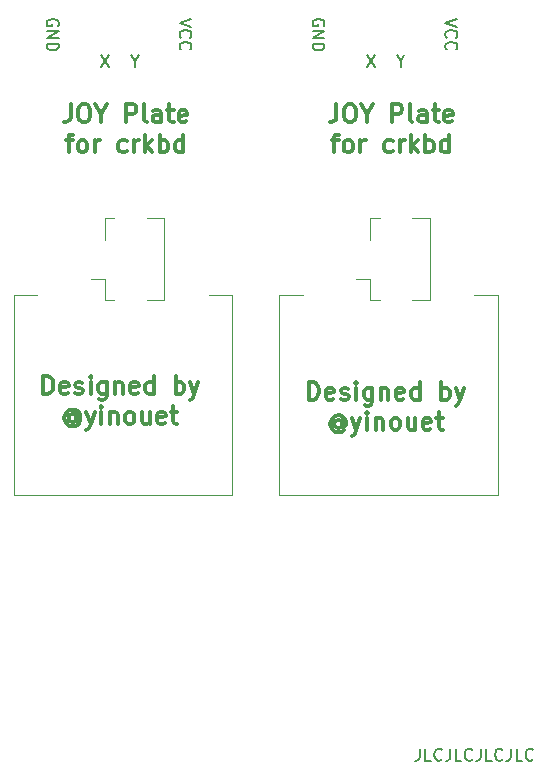
<source format=gbr>
%TF.GenerationSoftware,KiCad,Pcbnew,(5.1.10-1-10_14)*%
%TF.CreationDate,2021-07-07T23:54:26+09:00*%
%TF.ProjectId,StickPlate,53746963-6b50-46c6-9174-652e6b696361,rev?*%
%TF.SameCoordinates,Original*%
%TF.FileFunction,Legend,Top*%
%TF.FilePolarity,Positive*%
%FSLAX46Y46*%
G04 Gerber Fmt 4.6, Leading zero omitted, Abs format (unit mm)*
G04 Created by KiCad (PCBNEW (5.1.10-1-10_14)) date 2021-07-07 23:54:26*
%MOMM*%
%LPD*%
G01*
G04 APERTURE LIST*
%ADD10C,0.150000*%
%ADD11C,0.120000*%
%ADD12C,0.300000*%
G04 APERTURE END LIST*
D10*
X166380952Y-134702380D02*
X166380952Y-135416666D01*
X166333333Y-135559523D01*
X166238095Y-135654761D01*
X166095238Y-135702380D01*
X166000000Y-135702380D01*
X167333333Y-135702380D02*
X166857142Y-135702380D01*
X166857142Y-134702380D01*
X168238095Y-135607142D02*
X168190476Y-135654761D01*
X168047619Y-135702380D01*
X167952380Y-135702380D01*
X167809523Y-135654761D01*
X167714285Y-135559523D01*
X167666666Y-135464285D01*
X167619047Y-135273809D01*
X167619047Y-135130952D01*
X167666666Y-134940476D01*
X167714285Y-134845238D01*
X167809523Y-134750000D01*
X167952380Y-134702380D01*
X168047619Y-134702380D01*
X168190476Y-134750000D01*
X168238095Y-134797619D01*
X168952380Y-134702380D02*
X168952380Y-135416666D01*
X168904761Y-135559523D01*
X168809523Y-135654761D01*
X168666666Y-135702380D01*
X168571428Y-135702380D01*
X169904761Y-135702380D02*
X169428571Y-135702380D01*
X169428571Y-134702380D01*
X170809523Y-135607142D02*
X170761904Y-135654761D01*
X170619047Y-135702380D01*
X170523809Y-135702380D01*
X170380952Y-135654761D01*
X170285714Y-135559523D01*
X170238095Y-135464285D01*
X170190476Y-135273809D01*
X170190476Y-135130952D01*
X170238095Y-134940476D01*
X170285714Y-134845238D01*
X170380952Y-134750000D01*
X170523809Y-134702380D01*
X170619047Y-134702380D01*
X170761904Y-134750000D01*
X170809523Y-134797619D01*
X171523809Y-134702380D02*
X171523809Y-135416666D01*
X171476190Y-135559523D01*
X171380952Y-135654761D01*
X171238095Y-135702380D01*
X171142857Y-135702380D01*
X172476190Y-135702380D02*
X172000000Y-135702380D01*
X172000000Y-134702380D01*
X173380952Y-135607142D02*
X173333333Y-135654761D01*
X173190476Y-135702380D01*
X173095238Y-135702380D01*
X172952380Y-135654761D01*
X172857142Y-135559523D01*
X172809523Y-135464285D01*
X172761904Y-135273809D01*
X172761904Y-135130952D01*
X172809523Y-134940476D01*
X172857142Y-134845238D01*
X172952380Y-134750000D01*
X173095238Y-134702380D01*
X173190476Y-134702380D01*
X173333333Y-134750000D01*
X173380952Y-134797619D01*
X174095238Y-134702380D02*
X174095238Y-135416666D01*
X174047619Y-135559523D01*
X173952380Y-135654761D01*
X173809523Y-135702380D01*
X173714285Y-135702380D01*
X175047619Y-135702380D02*
X174571428Y-135702380D01*
X174571428Y-134702380D01*
X175952380Y-135607142D02*
X175904761Y-135654761D01*
X175761904Y-135702380D01*
X175666666Y-135702380D01*
X175523809Y-135654761D01*
X175428571Y-135559523D01*
X175380952Y-135464285D01*
X175333333Y-135273809D01*
X175333333Y-135130952D01*
X175380952Y-134940476D01*
X175428571Y-134845238D01*
X175523809Y-134750000D01*
X175666666Y-134702380D01*
X175761904Y-134702380D01*
X175904761Y-134750000D01*
X175952380Y-134797619D01*
D11*
X132000000Y-96250000D02*
X134000000Y-96250000D01*
X154500000Y-96250000D02*
X156500000Y-96250000D01*
D12*
X157000000Y-105153571D02*
X157000000Y-103653571D01*
X157357142Y-103653571D01*
X157571428Y-103725000D01*
X157714285Y-103867857D01*
X157785714Y-104010714D01*
X157857142Y-104296428D01*
X157857142Y-104510714D01*
X157785714Y-104796428D01*
X157714285Y-104939285D01*
X157571428Y-105082142D01*
X157357142Y-105153571D01*
X157000000Y-105153571D01*
X159071428Y-105082142D02*
X158928571Y-105153571D01*
X158642857Y-105153571D01*
X158500000Y-105082142D01*
X158428571Y-104939285D01*
X158428571Y-104367857D01*
X158500000Y-104225000D01*
X158642857Y-104153571D01*
X158928571Y-104153571D01*
X159071428Y-104225000D01*
X159142857Y-104367857D01*
X159142857Y-104510714D01*
X158428571Y-104653571D01*
X159714285Y-105082142D02*
X159857142Y-105153571D01*
X160142857Y-105153571D01*
X160285714Y-105082142D01*
X160357142Y-104939285D01*
X160357142Y-104867857D01*
X160285714Y-104725000D01*
X160142857Y-104653571D01*
X159928571Y-104653571D01*
X159785714Y-104582142D01*
X159714285Y-104439285D01*
X159714285Y-104367857D01*
X159785714Y-104225000D01*
X159928571Y-104153571D01*
X160142857Y-104153571D01*
X160285714Y-104225000D01*
X161000000Y-105153571D02*
X161000000Y-104153571D01*
X161000000Y-103653571D02*
X160928571Y-103725000D01*
X161000000Y-103796428D01*
X161071428Y-103725000D01*
X161000000Y-103653571D01*
X161000000Y-103796428D01*
X162357142Y-104153571D02*
X162357142Y-105367857D01*
X162285714Y-105510714D01*
X162214285Y-105582142D01*
X162071428Y-105653571D01*
X161857142Y-105653571D01*
X161714285Y-105582142D01*
X162357142Y-105082142D02*
X162214285Y-105153571D01*
X161928571Y-105153571D01*
X161785714Y-105082142D01*
X161714285Y-105010714D01*
X161642857Y-104867857D01*
X161642857Y-104439285D01*
X161714285Y-104296428D01*
X161785714Y-104225000D01*
X161928571Y-104153571D01*
X162214285Y-104153571D01*
X162357142Y-104225000D01*
X163071428Y-104153571D02*
X163071428Y-105153571D01*
X163071428Y-104296428D02*
X163142857Y-104225000D01*
X163285714Y-104153571D01*
X163500000Y-104153571D01*
X163642857Y-104225000D01*
X163714285Y-104367857D01*
X163714285Y-105153571D01*
X165000000Y-105082142D02*
X164857142Y-105153571D01*
X164571428Y-105153571D01*
X164428571Y-105082142D01*
X164357142Y-104939285D01*
X164357142Y-104367857D01*
X164428571Y-104225000D01*
X164571428Y-104153571D01*
X164857142Y-104153571D01*
X165000000Y-104225000D01*
X165071428Y-104367857D01*
X165071428Y-104510714D01*
X164357142Y-104653571D01*
X166357142Y-105153571D02*
X166357142Y-103653571D01*
X166357142Y-105082142D02*
X166214285Y-105153571D01*
X165928571Y-105153571D01*
X165785714Y-105082142D01*
X165714285Y-105010714D01*
X165642857Y-104867857D01*
X165642857Y-104439285D01*
X165714285Y-104296428D01*
X165785714Y-104225000D01*
X165928571Y-104153571D01*
X166214285Y-104153571D01*
X166357142Y-104225000D01*
X168214285Y-105153571D02*
X168214285Y-103653571D01*
X168214285Y-104225000D02*
X168357142Y-104153571D01*
X168642857Y-104153571D01*
X168785714Y-104225000D01*
X168857142Y-104296428D01*
X168928571Y-104439285D01*
X168928571Y-104867857D01*
X168857142Y-105010714D01*
X168785714Y-105082142D01*
X168642857Y-105153571D01*
X168357142Y-105153571D01*
X168214285Y-105082142D01*
X169428571Y-104153571D02*
X169785714Y-105153571D01*
X170142857Y-104153571D02*
X169785714Y-105153571D01*
X169642857Y-105510714D01*
X169571428Y-105582142D01*
X169428571Y-105653571D01*
X159785714Y-106989285D02*
X159714285Y-106917857D01*
X159571428Y-106846428D01*
X159428571Y-106846428D01*
X159285714Y-106917857D01*
X159214285Y-106989285D01*
X159142857Y-107132142D01*
X159142857Y-107275000D01*
X159214285Y-107417857D01*
X159285714Y-107489285D01*
X159428571Y-107560714D01*
X159571428Y-107560714D01*
X159714285Y-107489285D01*
X159785714Y-107417857D01*
X159785714Y-106846428D02*
X159785714Y-107417857D01*
X159857142Y-107489285D01*
X159928571Y-107489285D01*
X160071428Y-107417857D01*
X160142857Y-107275000D01*
X160142857Y-106917857D01*
X160000000Y-106703571D01*
X159785714Y-106560714D01*
X159500000Y-106489285D01*
X159214285Y-106560714D01*
X159000000Y-106703571D01*
X158857142Y-106917857D01*
X158785714Y-107203571D01*
X158857142Y-107489285D01*
X159000000Y-107703571D01*
X159214285Y-107846428D01*
X159500000Y-107917857D01*
X159785714Y-107846428D01*
X160000000Y-107703571D01*
X160642857Y-106703571D02*
X161000000Y-107703571D01*
X161357142Y-106703571D02*
X161000000Y-107703571D01*
X160857142Y-108060714D01*
X160785714Y-108132142D01*
X160642857Y-108203571D01*
X161928571Y-107703571D02*
X161928571Y-106703571D01*
X161928571Y-106203571D02*
X161857142Y-106275000D01*
X161928571Y-106346428D01*
X162000000Y-106275000D01*
X161928571Y-106203571D01*
X161928571Y-106346428D01*
X162642857Y-106703571D02*
X162642857Y-107703571D01*
X162642857Y-106846428D02*
X162714285Y-106775000D01*
X162857142Y-106703571D01*
X163071428Y-106703571D01*
X163214285Y-106775000D01*
X163285714Y-106917857D01*
X163285714Y-107703571D01*
X164214285Y-107703571D02*
X164071428Y-107632142D01*
X164000000Y-107560714D01*
X163928571Y-107417857D01*
X163928571Y-106989285D01*
X164000000Y-106846428D01*
X164071428Y-106775000D01*
X164214285Y-106703571D01*
X164428571Y-106703571D01*
X164571428Y-106775000D01*
X164642857Y-106846428D01*
X164714285Y-106989285D01*
X164714285Y-107417857D01*
X164642857Y-107560714D01*
X164571428Y-107632142D01*
X164428571Y-107703571D01*
X164214285Y-107703571D01*
X166000000Y-106703571D02*
X166000000Y-107703571D01*
X165357142Y-106703571D02*
X165357142Y-107489285D01*
X165428571Y-107632142D01*
X165571428Y-107703571D01*
X165785714Y-107703571D01*
X165928571Y-107632142D01*
X166000000Y-107560714D01*
X167285714Y-107632142D02*
X167142857Y-107703571D01*
X166857142Y-107703571D01*
X166714285Y-107632142D01*
X166642857Y-107489285D01*
X166642857Y-106917857D01*
X166714285Y-106775000D01*
X166857142Y-106703571D01*
X167142857Y-106703571D01*
X167285714Y-106775000D01*
X167357142Y-106917857D01*
X167357142Y-107060714D01*
X166642857Y-107203571D01*
X167785714Y-106703571D02*
X168357142Y-106703571D01*
X168000000Y-106203571D02*
X168000000Y-107489285D01*
X168071428Y-107632142D01*
X168214285Y-107703571D01*
X168357142Y-107703571D01*
X134500000Y-104653571D02*
X134500000Y-103153571D01*
X134857142Y-103153571D01*
X135071428Y-103225000D01*
X135214285Y-103367857D01*
X135285714Y-103510714D01*
X135357142Y-103796428D01*
X135357142Y-104010714D01*
X135285714Y-104296428D01*
X135214285Y-104439285D01*
X135071428Y-104582142D01*
X134857142Y-104653571D01*
X134500000Y-104653571D01*
X136571428Y-104582142D02*
X136428571Y-104653571D01*
X136142857Y-104653571D01*
X136000000Y-104582142D01*
X135928571Y-104439285D01*
X135928571Y-103867857D01*
X136000000Y-103725000D01*
X136142857Y-103653571D01*
X136428571Y-103653571D01*
X136571428Y-103725000D01*
X136642857Y-103867857D01*
X136642857Y-104010714D01*
X135928571Y-104153571D01*
X137214285Y-104582142D02*
X137357142Y-104653571D01*
X137642857Y-104653571D01*
X137785714Y-104582142D01*
X137857142Y-104439285D01*
X137857142Y-104367857D01*
X137785714Y-104225000D01*
X137642857Y-104153571D01*
X137428571Y-104153571D01*
X137285714Y-104082142D01*
X137214285Y-103939285D01*
X137214285Y-103867857D01*
X137285714Y-103725000D01*
X137428571Y-103653571D01*
X137642857Y-103653571D01*
X137785714Y-103725000D01*
X138500000Y-104653571D02*
X138500000Y-103653571D01*
X138500000Y-103153571D02*
X138428571Y-103225000D01*
X138500000Y-103296428D01*
X138571428Y-103225000D01*
X138500000Y-103153571D01*
X138500000Y-103296428D01*
X139857142Y-103653571D02*
X139857142Y-104867857D01*
X139785714Y-105010714D01*
X139714285Y-105082142D01*
X139571428Y-105153571D01*
X139357142Y-105153571D01*
X139214285Y-105082142D01*
X139857142Y-104582142D02*
X139714285Y-104653571D01*
X139428571Y-104653571D01*
X139285714Y-104582142D01*
X139214285Y-104510714D01*
X139142857Y-104367857D01*
X139142857Y-103939285D01*
X139214285Y-103796428D01*
X139285714Y-103725000D01*
X139428571Y-103653571D01*
X139714285Y-103653571D01*
X139857142Y-103725000D01*
X140571428Y-103653571D02*
X140571428Y-104653571D01*
X140571428Y-103796428D02*
X140642857Y-103725000D01*
X140785714Y-103653571D01*
X141000000Y-103653571D01*
X141142857Y-103725000D01*
X141214285Y-103867857D01*
X141214285Y-104653571D01*
X142500000Y-104582142D02*
X142357142Y-104653571D01*
X142071428Y-104653571D01*
X141928571Y-104582142D01*
X141857142Y-104439285D01*
X141857142Y-103867857D01*
X141928571Y-103725000D01*
X142071428Y-103653571D01*
X142357142Y-103653571D01*
X142500000Y-103725000D01*
X142571428Y-103867857D01*
X142571428Y-104010714D01*
X141857142Y-104153571D01*
X143857142Y-104653571D02*
X143857142Y-103153571D01*
X143857142Y-104582142D02*
X143714285Y-104653571D01*
X143428571Y-104653571D01*
X143285714Y-104582142D01*
X143214285Y-104510714D01*
X143142857Y-104367857D01*
X143142857Y-103939285D01*
X143214285Y-103796428D01*
X143285714Y-103725000D01*
X143428571Y-103653571D01*
X143714285Y-103653571D01*
X143857142Y-103725000D01*
X145714285Y-104653571D02*
X145714285Y-103153571D01*
X145714285Y-103725000D02*
X145857142Y-103653571D01*
X146142857Y-103653571D01*
X146285714Y-103725000D01*
X146357142Y-103796428D01*
X146428571Y-103939285D01*
X146428571Y-104367857D01*
X146357142Y-104510714D01*
X146285714Y-104582142D01*
X146142857Y-104653571D01*
X145857142Y-104653571D01*
X145714285Y-104582142D01*
X146928571Y-103653571D02*
X147285714Y-104653571D01*
X147642857Y-103653571D02*
X147285714Y-104653571D01*
X147142857Y-105010714D01*
X147071428Y-105082142D01*
X146928571Y-105153571D01*
X137285714Y-106489285D02*
X137214285Y-106417857D01*
X137071428Y-106346428D01*
X136928571Y-106346428D01*
X136785714Y-106417857D01*
X136714285Y-106489285D01*
X136642857Y-106632142D01*
X136642857Y-106775000D01*
X136714285Y-106917857D01*
X136785714Y-106989285D01*
X136928571Y-107060714D01*
X137071428Y-107060714D01*
X137214285Y-106989285D01*
X137285714Y-106917857D01*
X137285714Y-106346428D02*
X137285714Y-106917857D01*
X137357142Y-106989285D01*
X137428571Y-106989285D01*
X137571428Y-106917857D01*
X137642857Y-106775000D01*
X137642857Y-106417857D01*
X137500000Y-106203571D01*
X137285714Y-106060714D01*
X137000000Y-105989285D01*
X136714285Y-106060714D01*
X136500000Y-106203571D01*
X136357142Y-106417857D01*
X136285714Y-106703571D01*
X136357142Y-106989285D01*
X136500000Y-107203571D01*
X136714285Y-107346428D01*
X137000000Y-107417857D01*
X137285714Y-107346428D01*
X137500000Y-107203571D01*
X138142857Y-106203571D02*
X138500000Y-107203571D01*
X138857142Y-106203571D02*
X138500000Y-107203571D01*
X138357142Y-107560714D01*
X138285714Y-107632142D01*
X138142857Y-107703571D01*
X139428571Y-107203571D02*
X139428571Y-106203571D01*
X139428571Y-105703571D02*
X139357142Y-105775000D01*
X139428571Y-105846428D01*
X139500000Y-105775000D01*
X139428571Y-105703571D01*
X139428571Y-105846428D01*
X140142857Y-106203571D02*
X140142857Y-107203571D01*
X140142857Y-106346428D02*
X140214285Y-106275000D01*
X140357142Y-106203571D01*
X140571428Y-106203571D01*
X140714285Y-106275000D01*
X140785714Y-106417857D01*
X140785714Y-107203571D01*
X141714285Y-107203571D02*
X141571428Y-107132142D01*
X141500000Y-107060714D01*
X141428571Y-106917857D01*
X141428571Y-106489285D01*
X141500000Y-106346428D01*
X141571428Y-106275000D01*
X141714285Y-106203571D01*
X141928571Y-106203571D01*
X142071428Y-106275000D01*
X142142857Y-106346428D01*
X142214285Y-106489285D01*
X142214285Y-106917857D01*
X142142857Y-107060714D01*
X142071428Y-107132142D01*
X141928571Y-107203571D01*
X141714285Y-107203571D01*
X143500000Y-106203571D02*
X143500000Y-107203571D01*
X142857142Y-106203571D02*
X142857142Y-106989285D01*
X142928571Y-107132142D01*
X143071428Y-107203571D01*
X143285714Y-107203571D01*
X143428571Y-107132142D01*
X143500000Y-107060714D01*
X144785714Y-107132142D02*
X144642857Y-107203571D01*
X144357142Y-107203571D01*
X144214285Y-107132142D01*
X144142857Y-106989285D01*
X144142857Y-106417857D01*
X144214285Y-106275000D01*
X144357142Y-106203571D01*
X144642857Y-106203571D01*
X144785714Y-106275000D01*
X144857142Y-106417857D01*
X144857142Y-106560714D01*
X144142857Y-106703571D01*
X145285714Y-106203571D02*
X145857142Y-106203571D01*
X145500000Y-105703571D02*
X145500000Y-106989285D01*
X145571428Y-107132142D01*
X145714285Y-107203571D01*
X145857142Y-107203571D01*
D11*
X171000000Y-96250000D02*
X173000000Y-96250000D01*
X173000000Y-96250000D02*
X173000000Y-113250000D01*
X173000000Y-113250000D02*
X154500000Y-113250000D01*
X154500000Y-113250000D02*
X154500000Y-96250000D01*
D10*
X161916666Y-75952380D02*
X162583333Y-76952380D01*
X162583333Y-75952380D02*
X161916666Y-76952380D01*
X169547619Y-72916666D02*
X168547619Y-73250000D01*
X169547619Y-73583333D01*
X168642857Y-74488095D02*
X168595238Y-74440476D01*
X168547619Y-74297619D01*
X168547619Y-74202380D01*
X168595238Y-74059523D01*
X168690476Y-73964285D01*
X168785714Y-73916666D01*
X168976190Y-73869047D01*
X169119047Y-73869047D01*
X169309523Y-73916666D01*
X169404761Y-73964285D01*
X169500000Y-74059523D01*
X169547619Y-74202380D01*
X169547619Y-74297619D01*
X169500000Y-74440476D01*
X169452380Y-74488095D01*
X168642857Y-75488095D02*
X168595238Y-75440476D01*
X168547619Y-75297619D01*
X168547619Y-75202380D01*
X168595238Y-75059523D01*
X168690476Y-74964285D01*
X168785714Y-74916666D01*
X168976190Y-74869047D01*
X169119047Y-74869047D01*
X169309523Y-74916666D01*
X169404761Y-74964285D01*
X169500000Y-75059523D01*
X169547619Y-75202380D01*
X169547619Y-75297619D01*
X169500000Y-75440476D01*
X169452380Y-75488095D01*
X164750000Y-76476190D02*
X164750000Y-76952380D01*
X164416666Y-75952380D02*
X164750000Y-76476190D01*
X165083333Y-75952380D01*
D12*
X159321428Y-80153571D02*
X159321428Y-81225000D01*
X159250000Y-81439285D01*
X159107142Y-81582142D01*
X158892857Y-81653571D01*
X158750000Y-81653571D01*
X160321428Y-80153571D02*
X160607142Y-80153571D01*
X160750000Y-80225000D01*
X160892857Y-80367857D01*
X160964285Y-80653571D01*
X160964285Y-81153571D01*
X160892857Y-81439285D01*
X160750000Y-81582142D01*
X160607142Y-81653571D01*
X160321428Y-81653571D01*
X160178571Y-81582142D01*
X160035714Y-81439285D01*
X159964285Y-81153571D01*
X159964285Y-80653571D01*
X160035714Y-80367857D01*
X160178571Y-80225000D01*
X160321428Y-80153571D01*
X161892857Y-80939285D02*
X161892857Y-81653571D01*
X161392857Y-80153571D02*
X161892857Y-80939285D01*
X162392857Y-80153571D01*
X164035714Y-81653571D02*
X164035714Y-80153571D01*
X164607142Y-80153571D01*
X164750000Y-80225000D01*
X164821428Y-80296428D01*
X164892857Y-80439285D01*
X164892857Y-80653571D01*
X164821428Y-80796428D01*
X164750000Y-80867857D01*
X164607142Y-80939285D01*
X164035714Y-80939285D01*
X165750000Y-81653571D02*
X165607142Y-81582142D01*
X165535714Y-81439285D01*
X165535714Y-80153571D01*
X166964285Y-81653571D02*
X166964285Y-80867857D01*
X166892857Y-80725000D01*
X166750000Y-80653571D01*
X166464285Y-80653571D01*
X166321428Y-80725000D01*
X166964285Y-81582142D02*
X166821428Y-81653571D01*
X166464285Y-81653571D01*
X166321428Y-81582142D01*
X166250000Y-81439285D01*
X166250000Y-81296428D01*
X166321428Y-81153571D01*
X166464285Y-81082142D01*
X166821428Y-81082142D01*
X166964285Y-81010714D01*
X167464285Y-80653571D02*
X168035714Y-80653571D01*
X167678571Y-80153571D02*
X167678571Y-81439285D01*
X167750000Y-81582142D01*
X167892857Y-81653571D01*
X168035714Y-81653571D01*
X169107142Y-81582142D02*
X168964285Y-81653571D01*
X168678571Y-81653571D01*
X168535714Y-81582142D01*
X168464285Y-81439285D01*
X168464285Y-80867857D01*
X168535714Y-80725000D01*
X168678571Y-80653571D01*
X168964285Y-80653571D01*
X169107142Y-80725000D01*
X169178571Y-80867857D01*
X169178571Y-81010714D01*
X168464285Y-81153571D01*
X158928571Y-83203571D02*
X159500000Y-83203571D01*
X159142857Y-84203571D02*
X159142857Y-82917857D01*
X159214285Y-82775000D01*
X159357142Y-82703571D01*
X159500000Y-82703571D01*
X160214285Y-84203571D02*
X160071428Y-84132142D01*
X160000000Y-84060714D01*
X159928571Y-83917857D01*
X159928571Y-83489285D01*
X160000000Y-83346428D01*
X160071428Y-83275000D01*
X160214285Y-83203571D01*
X160428571Y-83203571D01*
X160571428Y-83275000D01*
X160642857Y-83346428D01*
X160714285Y-83489285D01*
X160714285Y-83917857D01*
X160642857Y-84060714D01*
X160571428Y-84132142D01*
X160428571Y-84203571D01*
X160214285Y-84203571D01*
X161357142Y-84203571D02*
X161357142Y-83203571D01*
X161357142Y-83489285D02*
X161428571Y-83346428D01*
X161500000Y-83275000D01*
X161642857Y-83203571D01*
X161785714Y-83203571D01*
X164071428Y-84132142D02*
X163928571Y-84203571D01*
X163642857Y-84203571D01*
X163500000Y-84132142D01*
X163428571Y-84060714D01*
X163357142Y-83917857D01*
X163357142Y-83489285D01*
X163428571Y-83346428D01*
X163500000Y-83275000D01*
X163642857Y-83203571D01*
X163928571Y-83203571D01*
X164071428Y-83275000D01*
X164714285Y-84203571D02*
X164714285Y-83203571D01*
X164714285Y-83489285D02*
X164785714Y-83346428D01*
X164857142Y-83275000D01*
X165000000Y-83203571D01*
X165142857Y-83203571D01*
X165642857Y-84203571D02*
X165642857Y-82703571D01*
X165785714Y-83632142D02*
X166214285Y-84203571D01*
X166214285Y-83203571D02*
X165642857Y-83775000D01*
X166857142Y-84203571D02*
X166857142Y-82703571D01*
X166857142Y-83275000D02*
X167000000Y-83203571D01*
X167285714Y-83203571D01*
X167428571Y-83275000D01*
X167500000Y-83346428D01*
X167571428Y-83489285D01*
X167571428Y-83917857D01*
X167500000Y-84060714D01*
X167428571Y-84132142D01*
X167285714Y-84203571D01*
X167000000Y-84203571D01*
X166857142Y-84132142D01*
X168857142Y-84203571D02*
X168857142Y-82703571D01*
X168857142Y-84132142D02*
X168714285Y-84203571D01*
X168428571Y-84203571D01*
X168285714Y-84132142D01*
X168214285Y-84060714D01*
X168142857Y-83917857D01*
X168142857Y-83489285D01*
X168214285Y-83346428D01*
X168285714Y-83275000D01*
X168428571Y-83203571D01*
X168714285Y-83203571D01*
X168857142Y-83275000D01*
D10*
X158250000Y-73488095D02*
X158297619Y-73392857D01*
X158297619Y-73250000D01*
X158250000Y-73107142D01*
X158154761Y-73011904D01*
X158059523Y-72964285D01*
X157869047Y-72916666D01*
X157726190Y-72916666D01*
X157535714Y-72964285D01*
X157440476Y-73011904D01*
X157345238Y-73107142D01*
X157297619Y-73250000D01*
X157297619Y-73345238D01*
X157345238Y-73488095D01*
X157392857Y-73535714D01*
X157726190Y-73535714D01*
X157726190Y-73345238D01*
X157297619Y-73964285D02*
X158297619Y-73964285D01*
X157297619Y-74535714D01*
X158297619Y-74535714D01*
X157297619Y-75011904D02*
X158297619Y-75011904D01*
X158297619Y-75250000D01*
X158250000Y-75392857D01*
X158154761Y-75488095D01*
X158059523Y-75535714D01*
X157869047Y-75583333D01*
X157726190Y-75583333D01*
X157535714Y-75535714D01*
X157440476Y-75488095D01*
X157345238Y-75392857D01*
X157297619Y-75250000D01*
X157297619Y-75011904D01*
D11*
X150500000Y-96250000D02*
X150500000Y-113250000D01*
X148500000Y-96250000D02*
X150500000Y-96250000D01*
X132000000Y-113250000D02*
X132000000Y-96250000D01*
X150500000Y-113250000D02*
X132000000Y-113250000D01*
D12*
X136821428Y-80153571D02*
X136821428Y-81225000D01*
X136750000Y-81439285D01*
X136607142Y-81582142D01*
X136392857Y-81653571D01*
X136250000Y-81653571D01*
X137821428Y-80153571D02*
X138107142Y-80153571D01*
X138250000Y-80225000D01*
X138392857Y-80367857D01*
X138464285Y-80653571D01*
X138464285Y-81153571D01*
X138392857Y-81439285D01*
X138250000Y-81582142D01*
X138107142Y-81653571D01*
X137821428Y-81653571D01*
X137678571Y-81582142D01*
X137535714Y-81439285D01*
X137464285Y-81153571D01*
X137464285Y-80653571D01*
X137535714Y-80367857D01*
X137678571Y-80225000D01*
X137821428Y-80153571D01*
X139392857Y-80939285D02*
X139392857Y-81653571D01*
X138892857Y-80153571D02*
X139392857Y-80939285D01*
X139892857Y-80153571D01*
X141535714Y-81653571D02*
X141535714Y-80153571D01*
X142107142Y-80153571D01*
X142250000Y-80225000D01*
X142321428Y-80296428D01*
X142392857Y-80439285D01*
X142392857Y-80653571D01*
X142321428Y-80796428D01*
X142250000Y-80867857D01*
X142107142Y-80939285D01*
X141535714Y-80939285D01*
X143250000Y-81653571D02*
X143107142Y-81582142D01*
X143035714Y-81439285D01*
X143035714Y-80153571D01*
X144464285Y-81653571D02*
X144464285Y-80867857D01*
X144392857Y-80725000D01*
X144250000Y-80653571D01*
X143964285Y-80653571D01*
X143821428Y-80725000D01*
X144464285Y-81582142D02*
X144321428Y-81653571D01*
X143964285Y-81653571D01*
X143821428Y-81582142D01*
X143750000Y-81439285D01*
X143750000Y-81296428D01*
X143821428Y-81153571D01*
X143964285Y-81082142D01*
X144321428Y-81082142D01*
X144464285Y-81010714D01*
X144964285Y-80653571D02*
X145535714Y-80653571D01*
X145178571Y-80153571D02*
X145178571Y-81439285D01*
X145250000Y-81582142D01*
X145392857Y-81653571D01*
X145535714Y-81653571D01*
X146607142Y-81582142D02*
X146464285Y-81653571D01*
X146178571Y-81653571D01*
X146035714Y-81582142D01*
X145964285Y-81439285D01*
X145964285Y-80867857D01*
X146035714Y-80725000D01*
X146178571Y-80653571D01*
X146464285Y-80653571D01*
X146607142Y-80725000D01*
X146678571Y-80867857D01*
X146678571Y-81010714D01*
X145964285Y-81153571D01*
X136428571Y-83203571D02*
X137000000Y-83203571D01*
X136642857Y-84203571D02*
X136642857Y-82917857D01*
X136714285Y-82775000D01*
X136857142Y-82703571D01*
X137000000Y-82703571D01*
X137714285Y-84203571D02*
X137571428Y-84132142D01*
X137500000Y-84060714D01*
X137428571Y-83917857D01*
X137428571Y-83489285D01*
X137500000Y-83346428D01*
X137571428Y-83275000D01*
X137714285Y-83203571D01*
X137928571Y-83203571D01*
X138071428Y-83275000D01*
X138142857Y-83346428D01*
X138214285Y-83489285D01*
X138214285Y-83917857D01*
X138142857Y-84060714D01*
X138071428Y-84132142D01*
X137928571Y-84203571D01*
X137714285Y-84203571D01*
X138857142Y-84203571D02*
X138857142Y-83203571D01*
X138857142Y-83489285D02*
X138928571Y-83346428D01*
X139000000Y-83275000D01*
X139142857Y-83203571D01*
X139285714Y-83203571D01*
X141571428Y-84132142D02*
X141428571Y-84203571D01*
X141142857Y-84203571D01*
X141000000Y-84132142D01*
X140928571Y-84060714D01*
X140857142Y-83917857D01*
X140857142Y-83489285D01*
X140928571Y-83346428D01*
X141000000Y-83275000D01*
X141142857Y-83203571D01*
X141428571Y-83203571D01*
X141571428Y-83275000D01*
X142214285Y-84203571D02*
X142214285Y-83203571D01*
X142214285Y-83489285D02*
X142285714Y-83346428D01*
X142357142Y-83275000D01*
X142500000Y-83203571D01*
X142642857Y-83203571D01*
X143142857Y-84203571D02*
X143142857Y-82703571D01*
X143285714Y-83632142D02*
X143714285Y-84203571D01*
X143714285Y-83203571D02*
X143142857Y-83775000D01*
X144357142Y-84203571D02*
X144357142Y-82703571D01*
X144357142Y-83275000D02*
X144500000Y-83203571D01*
X144785714Y-83203571D01*
X144928571Y-83275000D01*
X145000000Y-83346428D01*
X145071428Y-83489285D01*
X145071428Y-83917857D01*
X145000000Y-84060714D01*
X144928571Y-84132142D01*
X144785714Y-84203571D01*
X144500000Y-84203571D01*
X144357142Y-84132142D01*
X146357142Y-84203571D02*
X146357142Y-82703571D01*
X146357142Y-84132142D02*
X146214285Y-84203571D01*
X145928571Y-84203571D01*
X145785714Y-84132142D01*
X145714285Y-84060714D01*
X145642857Y-83917857D01*
X145642857Y-83489285D01*
X145714285Y-83346428D01*
X145785714Y-83275000D01*
X145928571Y-83203571D01*
X146214285Y-83203571D01*
X146357142Y-83275000D01*
D10*
X139416666Y-75952380D02*
X140083333Y-76952380D01*
X140083333Y-75952380D02*
X139416666Y-76952380D01*
X142250000Y-76476190D02*
X142250000Y-76952380D01*
X141916666Y-75952380D02*
X142250000Y-76476190D01*
X142583333Y-75952380D01*
X147047619Y-72916666D02*
X146047619Y-73250000D01*
X147047619Y-73583333D01*
X146142857Y-74488095D02*
X146095238Y-74440476D01*
X146047619Y-74297619D01*
X146047619Y-74202380D01*
X146095238Y-74059523D01*
X146190476Y-73964285D01*
X146285714Y-73916666D01*
X146476190Y-73869047D01*
X146619047Y-73869047D01*
X146809523Y-73916666D01*
X146904761Y-73964285D01*
X147000000Y-74059523D01*
X147047619Y-74202380D01*
X147047619Y-74297619D01*
X147000000Y-74440476D01*
X146952380Y-74488095D01*
X146142857Y-75488095D02*
X146095238Y-75440476D01*
X146047619Y-75297619D01*
X146047619Y-75202380D01*
X146095238Y-75059523D01*
X146190476Y-74964285D01*
X146285714Y-74916666D01*
X146476190Y-74869047D01*
X146619047Y-74869047D01*
X146809523Y-74916666D01*
X146904761Y-74964285D01*
X147000000Y-75059523D01*
X147047619Y-75202380D01*
X147047619Y-75297619D01*
X147000000Y-75440476D01*
X146952380Y-75488095D01*
X135750000Y-73488095D02*
X135797619Y-73392857D01*
X135797619Y-73250000D01*
X135750000Y-73107142D01*
X135654761Y-73011904D01*
X135559523Y-72964285D01*
X135369047Y-72916666D01*
X135226190Y-72916666D01*
X135035714Y-72964285D01*
X134940476Y-73011904D01*
X134845238Y-73107142D01*
X134797619Y-73250000D01*
X134797619Y-73345238D01*
X134845238Y-73488095D01*
X134892857Y-73535714D01*
X135226190Y-73535714D01*
X135226190Y-73345238D01*
X134797619Y-73964285D02*
X135797619Y-73964285D01*
X134797619Y-74535714D01*
X135797619Y-74535714D01*
X134797619Y-75011904D02*
X135797619Y-75011904D01*
X135797619Y-75250000D01*
X135750000Y-75392857D01*
X135654761Y-75488095D01*
X135559523Y-75535714D01*
X135369047Y-75583333D01*
X135226190Y-75583333D01*
X135035714Y-75535714D01*
X134940476Y-75488095D01*
X134845238Y-75392857D01*
X134797619Y-75250000D01*
X134797619Y-75011904D01*
D11*
%TO.C,J2*%
X139700000Y-94910000D02*
X138500000Y-94910000D01*
X144750000Y-89750000D02*
X143250000Y-89750000D01*
X144750000Y-96750000D02*
X144750000Y-89750000D01*
X143250000Y-96750000D02*
X144740000Y-96750000D01*
X139700000Y-89750000D02*
X140500000Y-89750000D01*
X139700000Y-91590000D02*
X139700000Y-89750000D01*
X139700000Y-96750000D02*
X140500000Y-96750000D01*
X139700000Y-94910000D02*
X139700000Y-96750000D01*
%TO.C,J6*%
X162200000Y-94910000D02*
X161000000Y-94910000D01*
X167250000Y-89750000D02*
X165750000Y-89750000D01*
X167250000Y-96750000D02*
X167250000Y-89750000D01*
X165750000Y-96750000D02*
X167240000Y-96750000D01*
X162200000Y-89750000D02*
X163000000Y-89750000D01*
X162200000Y-91590000D02*
X162200000Y-89750000D01*
X162200000Y-96750000D02*
X163000000Y-96750000D01*
X162200000Y-94910000D02*
X162200000Y-96750000D01*
%TD*%
M02*

</source>
